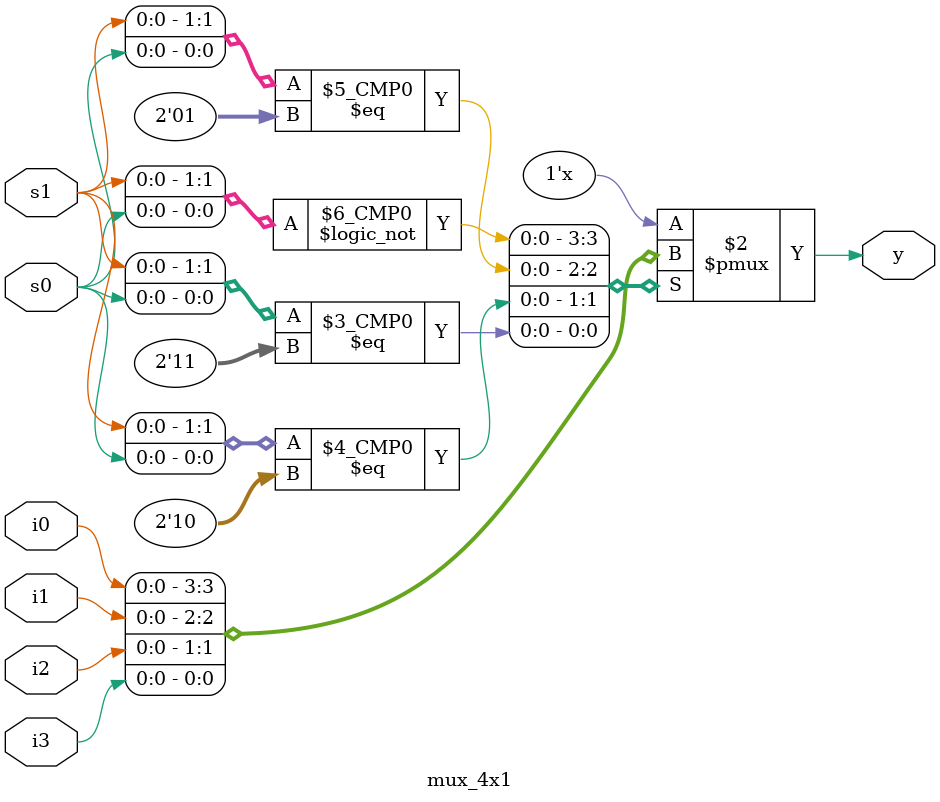
<source format=v>
`timescale 1ns / 1ps

//1960628 PREM
//4x1 Mux gate level
//module mux_4x1(
//    input s0,
//    input s1,
//    input i0,
//    input i1,
//    input i2,
//    input i3,
//    output y
//    );
//wire w0,w1,w2,w3,w4,w5;
//not no1(w0,s0);
//not no2(w1,s1);
//and and1(w2,i0,w0,w1);
//and and2(w3,i1,w0,s1);
//and and3(w4,i2,w1,s0);
//and and4(w5,i3,s1,s0);
//or or1(y,w2,w3,w4,w5);
//endmodule


//1960628 PREM
//4x1 Mux Data Flow
//module mux_4x1(
//    input s0,
//    input s1,
//    input i0,
//    input i1,
//    input i2,
//    input i3,
//    output y
//    );
//assign not_0 = ~s0;
//assign not_1 = ~s1;
//assign and1 = not_1&not_0&i0;
//assign and2 = s1&not_0&i1;
//assign and3 = not_1&s0&i2;
//assign and4 = s1&s0&i3;
//assign y = and1|and2|and3|and4;

//endmodule

//1960628 Prem
//4x1 mux Behavioural
module mux_4x1(
    input s0,
    input s1,
    input i0,
    input i1,
    input i2,
    input i3,
    output reg y
    );
always @(s0 or s1 or i0 or i1 or i2 or i3)
    begin
            case({s1,s0})
            2'b00: y = i0;
            2'b01: y = i1;
            2'b10: y = i2;
            2'b11: y = i3;
            default: y = 0;
            endcase
    end

endmodule
</source>
